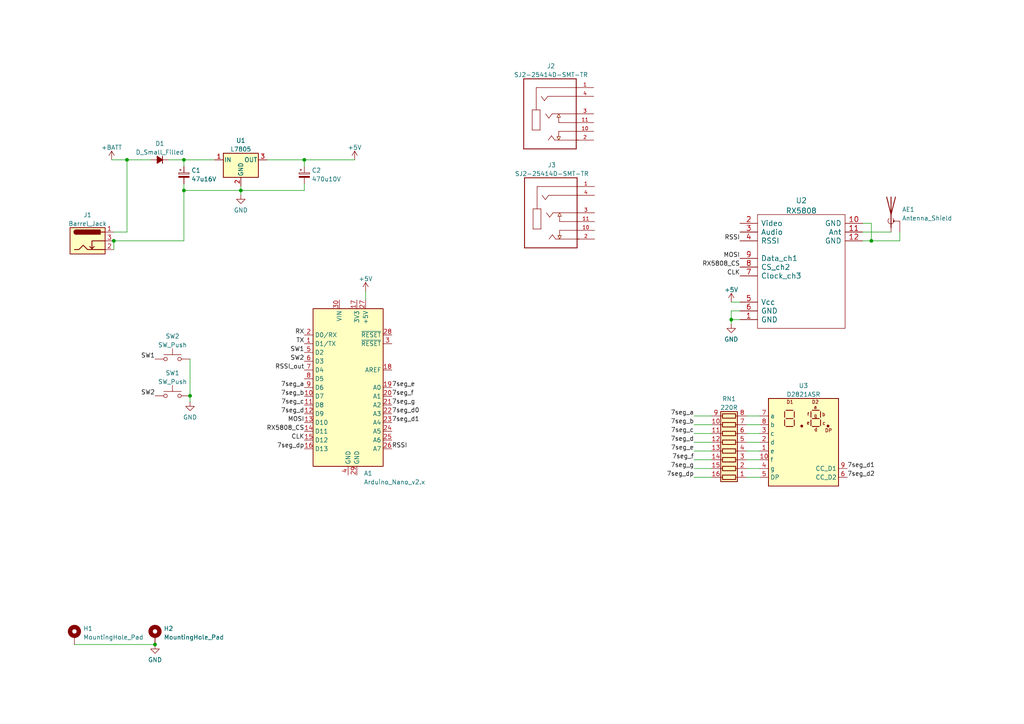
<source format=kicad_sch>
(kicad_sch (version 20211123) (generator eeschema)
  (paper "A4")
  (lib_symbols
    (symbol "Connector:Barrel_Jack_Switch" (pin_names hide)
      (property "Reference" "J" (at 0 5.334 0))
      (property "Value" "Barrel_Jack_Switch" (at 0 -5.08 0))
      (symbol "Barrel_Jack_Switch_0_1"
        (rectangle (start -5.08 3.81) (end 5.08 -3.81) (stroke (width 0.254)) (fill (type background)))
        (arc (start -3.302 3.175) (mid -3.937 2.54) (end -3.302 1.905) (stroke (width 0.254)))
        (arc (start -3.302 3.175) (mid -3.937 2.54) (end -3.302 1.905) (stroke (width 0.254)) (fill (type outline)))
        (polyline (pts (xy 1.27 -2.286) (xy 1.905 -1.651)) (stroke (width 0.254)))
        (polyline (pts (xy 5.08 2.54) (xy 3.81 2.54)) (stroke (width 0.254)))
        (polyline (pts (xy 5.08 0) (xy 1.27 0) (xy 1.27 -2.286) (xy 0.635 -1.651)) (stroke (width 0.254)))
        (polyline (pts (xy -3.81 -2.54) (xy -2.54 -2.54) (xy -1.27 -1.27) (xy 0 -2.54) (xy 2.54 -2.54) (xy 5.08 -2.54)) (stroke (width 0.254)))
        (rectangle (start 3.683 3.175) (end -3.302 1.905) (stroke (width 0.254)) (fill (type outline)))
      )
      (symbol "Barrel_Jack_Switch_1_1"
        (pin passive line (at 7.62 2.54 180) (length 2.54) (name "~") (number "1"))
        (pin passive line (at 7.62 -2.54 180) (length 2.54) (name "~") (number "2"))
        (pin passive line (at 7.62 0 180) (length 2.54) (name "~") (number "3"))
      )
    )
    (symbol "Device:Antenna_Shield" (pin_numbers hide) (pin_names (offset 1.016) hide)
      (property "Reference" "AE" (at -1.905 4.445 0))
      (property "Value" "Antenna_Shield" (at -1.905 2.54 0))
      (symbol "Antenna_Shield_0_1"
        (arc (start -0.508 -1.143) (mid -0.8429 -2.1194) (end 0 -2.667))
        (arc (start 0 -2.667) (mid 0.7989 -2.1052) (end 0.508 -1.143))
        (polyline (pts (xy 0 -2.54) (xy 0 0)))
        (polyline (pts (xy 0 5.08) (xy 0 -3.81)) (stroke (width 0.254)))
        (polyline (pts (xy 0.762 -1.905) (xy 2.54 -1.905)))
        (polyline (pts (xy 2.54 -2.54) (xy 2.54 -1.905)))
        (polyline (pts (xy 1.27 5.08) (xy 0 0) (xy -1.27 5.08)) (stroke (width 0.254)))
        (circle (center 0.762 -1.905) (radius 0.1778) (fill (type outline)))
      )
      (symbol "Antenna_Shield_1_1"
        (pin input line (at 0 -5.08 90) (length 2.54) (name "A") (number "1"))
        (pin input line (at 2.54 -5.08 90) (length 2.54) (name "Shield") (number "2"))
      )
    )
    (symbol "Device:C_Polarized_Small" (pin_numbers hide) (pin_names (offset 0.254) hide)
      (property "Reference" "C" (at 0.254 1.778 0))
      (property "Value" "C_Polarized_Small" (at 0.254 -2.032 0))
      (symbol "C_Polarized_Small_0_1"
        (rectangle (start -1.524 -0.3048) (end 1.524 -0.6858) (fill (type outline)))
        (rectangle (start -1.524 0.6858) (end 1.524 0.3048))
        (polyline (pts (xy -1.27 1.524) (xy -0.762 1.524)))
        (polyline (pts (xy -1.016 1.27) (xy -1.016 1.778)))
      )
      (symbol "C_Polarized_Small_1_1"
        (pin passive line (at 0 2.54 270) (length 1.8542) (name "~") (number "1"))
        (pin passive line (at 0 -2.54 90) (length 1.8542) (name "~") (number "2"))
      )
    )
    (symbol "Device:D_Small_Filled" (pin_numbers hide) (pin_names (offset 0.254) hide)
      (property "Reference" "D" (at -1.27 2.032 0))
      (property "Value" "D_Small_Filled" (at -3.81 -2.032 0))
      (symbol "D_Small_Filled_0_1"
        (polyline (pts (xy -0.762 -1.016) (xy -0.762 1.016)) (stroke (width 0.254)))
        (polyline (pts (xy -0.762 0) (xy 0.762 0)))
        (polyline (pts (xy 0.762 -1.016) (xy -0.762 0) (xy 0.762 1.016) (xy 0.762 -1.016)) (stroke (width 0.254)) (fill (type outline)))
      )
      (symbol "D_Small_Filled_1_1"
        (pin passive line (at -2.54 0 0) (length 1.778) (name "K") (number "1"))
        (pin passive line (at 2.54 0 180) (length 1.778) (name "A") (number "2"))
      )
    )
    (symbol "Device:R_Pack08" (pin_names (offset 0) hide)
      (property "Reference" "RN" (at -12.7 0 90))
      (property "Value" "R_Pack08" (at 10.16 0 90))
      (symbol "R_Pack08_0_1"
        (rectangle (start -11.43 -2.413) (end 8.89 2.413) (stroke (width 0.254)) (fill (type background)))
        (rectangle (start -10.795 1.905) (end -9.525 -1.905) (stroke (width 0.254)))
        (rectangle (start -8.255 1.905) (end -6.985 -1.905) (stroke (width 0.254)))
        (rectangle (start -5.715 1.905) (end -4.445 -1.905) (stroke (width 0.254)))
        (rectangle (start -3.175 1.905) (end -1.905 -1.905) (stroke (width 0.254)))
        (rectangle (start -0.635 1.905) (end 0.635 -1.905) (stroke (width 0.254)))
        (polyline (pts (xy -10.16 -2.54) (xy -10.16 -1.905)))
        (polyline (pts (xy -10.16 1.905) (xy -10.16 2.54)))
        (polyline (pts (xy -7.62 -2.54) (xy -7.62 -1.905)))
        (polyline (pts (xy -7.62 1.905) (xy -7.62 2.54)))
        (polyline (pts (xy -5.08 -2.54) (xy -5.08 -1.905)))
        (polyline (pts (xy -5.08 1.905) (xy -5.08 2.54)))
        (polyline (pts (xy -2.54 -2.54) (xy -2.54 -1.905)))
        (polyline (pts (xy -2.54 1.905) (xy -2.54 2.54)))
        (polyline (pts (xy 0 -2.54) (xy 0 -1.905)))
        (polyline (pts (xy 0 1.905) (xy 0 2.54)))
        (polyline (pts (xy 2.54 -2.54) (xy 2.54 -1.905)))
        (polyline (pts (xy 2.54 1.905) (xy 2.54 2.54)))
        (polyline (pts (xy 5.08 -2.54) (xy 5.08 -1.905)))
        (polyline (pts (xy 5.08 1.905) (xy 5.08 2.54)))
        (polyline (pts (xy 7.62 -2.54) (xy 7.62 -1.905)))
        (polyline (pts (xy 7.62 1.905) (xy 7.62 2.54)))
        (rectangle (start 1.905 1.905) (end 3.175 -1.905) (stroke (width 0.254)))
        (rectangle (start 4.445 1.905) (end 5.715 -1.905) (stroke (width 0.254)))
        (rectangle (start 6.985 1.905) (end 8.255 -1.905) (stroke (width 0.254)))
      )
      (symbol "R_Pack08_1_1"
        (pin passive line (at -10.16 -5.08 90) (length 2.54) (name "R1.1") (number "1"))
        (pin passive line (at 5.08 5.08 270) (length 2.54) (name "R7.2") (number "10"))
        (pin passive line (at 2.54 5.08 270) (length 2.54) (name "R6.2") (number "11"))
        (pin passive line (at 0 5.08 270) (length 2.54) (name "R5.2") (number "12"))
        (pin passive line (at -2.54 5.08 270) (length 2.54) (name "R4.2") (number "13"))
        (pin passive line (at -5.08 5.08 270) (length 2.54) (name "R3.2") (number "14"))
        (pin passive line (at -7.62 5.08 270) (length 2.54) (name "R2.2") (number "15"))
        (pin passive line (at -10.16 5.08 270) (length 2.54) (name "R1.2") (number "16"))
        (pin passive line (at -7.62 -5.08 90) (length 2.54) (name "R2.1") (number "2"))
        (pin passive line (at -5.08 -5.08 90) (length 2.54) (name "R3.1") (number "3"))
        (pin passive line (at -2.54 -5.08 90) (length 2.54) (name "R4.1") (number "4"))
        (pin passive line (at 0 -5.08 90) (length 2.54) (name "R5.1") (number "5"))
        (pin passive line (at 2.54 -5.08 90) (length 2.54) (name "R6.1") (number "6"))
        (pin passive line (at 5.08 -5.08 90) (length 2.54) (name "R7.1") (number "7"))
        (pin passive line (at 7.62 -5.08 90) (length 2.54) (name "R8.1") (number "8"))
        (pin passive line (at 7.62 5.08 270) (length 2.54) (name "R8.2") (number "9"))
      )
    )
    (symbol "MCU_Module:Arduino_Nano_v2.x"
      (property "Reference" "A" (at -10.16 23.495 0))
      (property "Value" "Arduino_Nano_v2.x" (at 5.08 -24.13 0))
      (symbol "Arduino_Nano_v2.x_0_1"
        (rectangle (start -10.16 22.86) (end 10.16 -22.86) (stroke (width 0.254)) (fill (type background)))
      )
      (symbol "Arduino_Nano_v2.x_1_1"
        (pin bidirectional line (at -12.7 12.7 0) (length 2.54) (name "D1/TX") (number "1"))
        (pin bidirectional line (at -12.7 -2.54 0) (length 2.54) (name "D7") (number "10"))
        (pin bidirectional line (at -12.7 -5.08 0) (length 2.54) (name "D8") (number "11"))
        (pin bidirectional line (at -12.7 -7.62 0) (length 2.54) (name "D9") (number "12"))
        (pin bidirectional line (at -12.7 -10.16 0) (length 2.54) (name "D10") (number "13"))
        (pin bidirectional line (at -12.7 -12.7 0) (length 2.54) (name "D11") (number "14"))
        (pin bidirectional line (at -12.7 -15.24 0) (length 2.54) (name "D12") (number "15"))
        (pin bidirectional line (at -12.7 -17.78 0) (length 2.54) (name "D13") (number "16"))
        (pin power_out line (at 2.54 25.4 270) (length 2.54) (name "3V3") (number "17"))
        (pin input line (at 12.7 5.08 180) (length 2.54) (name "AREF") (number "18"))
        (pin bidirectional line (at 12.7 0 180) (length 2.54) (name "A0") (number "19"))
        (pin bidirectional line (at -12.7 15.24 0) (length 2.54) (name "D0/RX") (number "2"))
        (pin bidirectional line (at 12.7 -2.54 180) (length 2.54) (name "A1") (number "20"))
        (pin bidirectional line (at 12.7 -5.08 180) (length 2.54) (name "A2") (number "21"))
        (pin bidirectional line (at 12.7 -7.62 180) (length 2.54) (name "A3") (number "22"))
        (pin bidirectional line (at 12.7 -10.16 180) (length 2.54) (name "A4") (number "23"))
        (pin bidirectional line (at 12.7 -12.7 180) (length 2.54) (name "A5") (number "24"))
        (pin bidirectional line (at 12.7 -15.24 180) (length 2.54) (name "A6") (number "25"))
        (pin bidirectional line (at 12.7 -17.78 180) (length 2.54) (name "A7") (number "26"))
        (pin power_out line (at 5.08 25.4 270) (length 2.54) (name "+5V") (number "27"))
        (pin input line (at 12.7 15.24 180) (length 2.54) (name "~{RESET}") (number "28"))
        (pin power_in line (at 2.54 -25.4 90) (length 2.54) (name "GND") (number "29"))
        (pin input line (at 12.7 12.7 180) (length 2.54) (name "~{RESET}") (number "3"))
        (pin power_in line (at -2.54 25.4 270) (length 2.54) (name "VIN") (number "30"))
        (pin power_in line (at 0 -25.4 90) (length 2.54) (name "GND") (number "4"))
        (pin bidirectional line (at -12.7 10.16 0) (length 2.54) (name "D2") (number "5"))
        (pin bidirectional line (at -12.7 7.62 0) (length 2.54) (name "D3") (number "6"))
        (pin bidirectional line (at -12.7 5.08 0) (length 2.54) (name "D4") (number "7"))
        (pin bidirectional line (at -12.7 2.54 0) (length 2.54) (name "D5") (number "8"))
        (pin bidirectional line (at -12.7 0 0) (length 2.54) (name "D6") (number "9"))
      )
    )
    (symbol "Mechanical:MountingHole_Pad" (pin_numbers hide) (pin_names (offset 1.016) hide)
      (property "Reference" "H" (at 0 6.35 0))
      (property "Value" "MountingHole_Pad" (at 0 4.445 0))
      (symbol "MountingHole_Pad_0_1"
        (circle (center 0 1.27) (radius 1.27) (stroke (width 1.27)))
      )
      (symbol "MountingHole_Pad_1_1"
        (pin input line (at 0 -2.54 90) (length 2.54) (name "1") (number "1"))
      )
    )
    (symbol "Regulator_Linear:L7805" (pin_names (offset 0.254))
      (property "Reference" "U" (at -3.81 3.175 0))
      (property "Value" "L7805" (at 0 3.175 0))
      (symbol "L7805_0_1"
        (rectangle (start -5.08 1.905) (end 5.08 -5.08) (stroke (width 0.254)) (fill (type background)))
      )
      (symbol "L7805_1_1"
        (pin power_in line (at -7.62 0 0) (length 2.54) (name "IN") (number "1"))
        (pin power_in line (at 0 -7.62 90) (length 2.54) (name "GND") (number "2"))
        (pin power_out line (at 7.62 0 180) (length 2.54) (name "OUT") (number "3"))
      )
    )
    (symbol "SJ2-25414D-SMT-TR:SJ2-25414D-SMT-TR" (pin_names (offset 1.016) hide)
      (property "Reference" "J" (at -7.62 10.6934 0))
      (property "Value" "SJ2-25414D-SMT-TR" (at -7.62 -12.2174 0))
      (symbol "SJ2-25414D-SMT-TR_0_0"
        (polyline (pts (xy -7.62 -10.16) (xy 7.62 -10.16)) (stroke (width 0.254)))
        (polyline (pts (xy -7.62 10.16) (xy -7.62 -10.16)) (stroke (width 0.254)))
        (polyline (pts (xy -5.1562 -4.699) (xy -5.1562 1.143)) (stroke (width 0.1524)))
        (polyline (pts (xy -5.1562 1.143) (xy -3.9878 1.143)) (stroke (width 0.1524)))
        (polyline (pts (xy -3.9878 1.143) (xy -2.8702 1.143)) (stroke (width 0.1524)))
        (polyline (pts (xy -3.9878 7.62) (xy -3.9878 1.143)) (stroke (width 0.1524)))
        (polyline (pts (xy -2.8702 -4.699) (xy -5.1562 -4.699)) (stroke (width 0.1524)))
        (polyline (pts (xy -2.8702 1.143) (xy -2.8702 -4.699)) (stroke (width 0.1524)))
        (polyline (pts (xy -1.6002 3.81) (xy -2.54 5.08)) (stroke (width 0.1524)))
        (polyline (pts (xy -0.635 5.08) (xy -1.6002 3.81)) (stroke (width 0.1524)))
        (polyline (pts (xy -0.3302 -1.27) (xy -1.27 0)) (stroke (width 0.1524)))
        (polyline (pts (xy 0.4572 -6.35) (xy -0.508 -7.62)) (stroke (width 0.1524)))
        (polyline (pts (xy 0.635 0) (xy -0.3302 -1.27)) (stroke (width 0.1524)))
        (polyline (pts (xy 1.397 -7.62) (xy 0.4572 -6.35)) (stroke (width 0.1524)))
        (polyline (pts (xy 2.54 -5.08) (xy 2.54 -6.604)) (stroke (width 0.1524)))
        (polyline (pts (xy 2.54 -2.54) (xy 2.54 -1.016)) (stroke (width 0.1524)))
        (polyline (pts (xy 7.62 -10.16) (xy 7.62 0)) (stroke (width 0.254)))
        (polyline (pts (xy 7.62 -5.08) (xy 2.54 -5.08)) (stroke (width 0.1524)))
        (polyline (pts (xy 7.62 -2.54) (xy 2.54 -2.54)) (stroke (width 0.1524)))
        (polyline (pts (xy 7.62 0) (xy 0.635 0)) (stroke (width 0.1524)))
        (polyline (pts (xy 7.62 0) (xy 7.62 7.62)) (stroke (width 0.254)))
        (polyline (pts (xy 7.62 5.08) (xy -0.635 5.08)) (stroke (width 0.1524)))
        (polyline (pts (xy 7.62 7.62) (xy -3.9878 7.62)) (stroke (width 0.1524)))
        (polyline (pts (xy 7.62 7.62) (xy 7.62 10.16)) (stroke (width 0.254)))
        (polyline (pts (xy 7.62 10.16) (xy -7.62 10.16)) (stroke (width 0.254)))
        (polyline (pts (xy 8.255 -7.62) (xy 1.397 -7.62)) (stroke (width 0.1524)))
        (polyline (pts (xy 2.032 -6.604) (xy 3.048 -6.604) (xy 2.54 -7.62) (xy 2.032 -6.604)) (stroke (width 0.1524)) (fill (type background)))
        (polyline (pts (xy 2.032 -1.016) (xy 3.048 -1.016) (xy 2.54 0) (xy 2.032 -1.016)) (stroke (width 0.1524)) (fill (type background)))
        (pin passive line (at 12.7 7.62 180) (length 5.08) (name "~") (number "1"))
        (pin passive line (at 12.7 -5.08 180) (length 5.08) (name "~") (number "10"))
        (pin passive line (at 12.7 -2.54 180) (length 5.08) (name "~") (number "11"))
        (pin passive line (at 12.7 -7.62 180) (length 5.08) (name "~") (number "2"))
        (pin passive line (at 12.7 0 180) (length 5.08) (name "~") (number "3"))
        (pin passive line (at 12.7 5.08 180) (length 5.08) (name "~") (number "4"))
      )
    )
    (symbol "Switch:SW_Push" (pin_numbers hide) (pin_names (offset 1.016) hide)
      (property "Reference" "SW" (at 1.27 2.54 0))
      (property "Value" "SW_Push" (at 0 -1.524 0))
      (symbol "SW_Push_0_1"
        (circle (center -2.032 0) (radius 0.508))
        (polyline (pts (xy 0 1.27) (xy 0 3.048)))
        (polyline (pts (xy 2.54 1.27) (xy -2.54 1.27)))
        (circle (center 2.032 0) (radius 0.508))
        (pin passive line (at -5.08 0 0) (length 2.54) (name "1") (number "1"))
        (pin passive line (at 5.08 0 180) (length 2.54) (name "2") (number "2"))
      )
    )
    (symbol "power:+5V" (power) (pin_names (offset 0))
      (property "Value" "+5V" (at 0 3.556 0))
      (symbol "+5V_0_1"
        (polyline (pts (xy -0.762 1.27) (xy 0 2.54)))
        (polyline (pts (xy 0 0) (xy 0 2.54)))
        (polyline (pts (xy 0 2.54) (xy 0.762 1.27)))
      )
      (symbol "+5V_1_1"
        (pin power_in line (at 0 0 90) (length 0) hide (name "+5V") (number "1"))
      )
    )
    (symbol "power:+BATT" (power) (pin_names (offset 0))
      (property "Value" "+BATT" (at 0 3.556 0))
      (symbol "+BATT_0_1"
        (polyline (pts (xy -0.762 1.27) (xy 0 2.54)))
        (polyline (pts (xy 0 0) (xy 0 2.54)))
        (polyline (pts (xy 0 2.54) (xy 0.762 1.27)))
      )
      (symbol "+BATT_1_1"
        (pin power_in line (at 0 0 90) (length 0) hide (name "+BATT") (number "1"))
      )
    )
    (symbol "power:GND" (power) (pin_names (offset 0))
      (property "Value" "GND" (at 0 -3.81 0))
      (symbol "GND_0_1"
        (polyline (pts (xy 0 0) (xy 0 -1.27) (xy 1.27 -1.27) (xy 0 -2.54) (xy -1.27 -1.27) (xy 0 -1.27)))
      )
      (symbol "GND_1_1"
        (pin power_in line (at 0 0 270) (length 0) hide (name "GND") (number "1"))
      )
    )
    (symbol "rx5808:D2821ASR"
      (property "Reference" "U" (at -8.89 13.97 0))
      (property "Value" "D2821ASR" (at -2.794 -14.224 0))
      (symbol "D2821ASR_0_0"
        (text "a" (at 3.4544 10.1854 0) (effects (font (size 0.9906 0.9906))))
        (text "b" (at 5.842 8.0772 0) (effects (font (size 0.9906 0.9906))))
        (text "c" (at 5.9436 5.5372 0) (effects (font (size 0.9906 0.9906))))
        (text "d" (at 3.6068 3.683 0) (effects (font (size 0.9906 0.9906))))
        (text "D1" (at -3.937 11.684 0) (effects (font (size 0.9906 0.9906))))
        (text "D2" (at 3.429 11.684 0) (effects (font (size 0.9906 0.9906))))
        (text "DP" (at 7.239 3.429 0) (effects (font (size 0.9906 0.9906))))
        (text "e" (at 1.3716 5.6388 0) (effects (font (size 0.9906 0.9906))))
        (text "f" (at 1.3716 8.1026 0) (effects (font (size 0.9906 0.9906))))
        (text "g" (at 3.5052 7.7216 0) (effects (font (size 0.9906 0.9906))))
      )
      (symbol "D2821ASR_0_1"
        (rectangle (start -10.16 12.7) (end 10.16 -12.7) (stroke (width 0.254)) (fill (type background)))
        (circle (center -0.508 4.699) (radius 0.2794) (stroke (width 0.254)) (fill (type outline)))
        (polyline (pts (xy -5.461 4.826) (xy -5.461 6.477)) (stroke (width 0.254)))
        (polyline (pts (xy -5.461 7.239) (xy -5.461 8.89)) (stroke (width 0.254)))
        (polyline (pts (xy -5.08 4.572) (xy -3.048 4.572)) (stroke (width 0.254)))
        (polyline (pts (xy -5.08 6.858) (xy -3.048 6.858)) (stroke (width 0.254)))
        (polyline (pts (xy -5.08 9.271) (xy -3.048 9.271)) (stroke (width 0.254)))
        (polyline (pts (xy -2.667 4.826) (xy -2.667 6.477)) (stroke (width 0.254)))
        (polyline (pts (xy -2.667 7.239) (xy -2.667 8.89)) (stroke (width 0.254)))
        (polyline (pts (xy 2.159 4.826) (xy 2.159 6.477)) (stroke (width 0.254)))
        (polyline (pts (xy 2.159 7.239) (xy 2.159 8.89)) (stroke (width 0.254)))
        (polyline (pts (xy 2.54 4.572) (xy 4.572 4.572)) (stroke (width 0.254)))
        (polyline (pts (xy 2.54 6.858) (xy 4.572 6.858)) (stroke (width 0.254)))
        (polyline (pts (xy 2.54 9.271) (xy 4.572 9.271)) (stroke (width 0.254)))
        (polyline (pts (xy 4.953 4.826) (xy 4.953 6.477)) (stroke (width 0.254)))
        (polyline (pts (xy 4.953 7.239) (xy 4.953 8.89)) (stroke (width 0.254)))
        (circle (center 7.112 4.699) (radius 0.2794) (stroke (width 0.254)) (fill (type outline)))
      )
      (symbol "D2821ASR_1_1"
        (pin input line (at -12.7 -2.54 0) (length 2.54) (name "e") (number "1"))
        (pin input line (at -12.7 -5.08 0) (length 2.54) (name "f") (number "10"))
        (pin input line (at -12.7 0 0) (length 2.54) (name "d") (number "2"))
        (pin input line (at -12.7 2.54 0) (length 2.54) (name "c") (number "3"))
        (pin input line (at -12.7 -7.62 0) (length 2.54) (name "g") (number "4"))
        (pin input line (at -12.7 -10.16 0) (length 2.54) (name "DP") (number "5"))
        (pin input line (at 12.7 -10.16 180) (length 2.54) (name "CC_D2") (number "6"))
        (pin input line (at -12.7 7.62 0) (length 2.54) (name "a") (number "7"))
        (pin input line (at -12.7 5.08 0) (length 2.54) (name "b") (number "8"))
        (pin input line (at 12.7 -7.62 180) (length 2.54) (name "CC_D1") (number "9"))
      )
    )
    (symbol "rx5808:RX5808" (pin_names (offset 1.016))
      (property "Reference" "U" (at 5.08 -17.78 0))
      (property "Value" "RX5808" (at -5.08 -17.78 0))
      (symbol "RX5808_0_1"
        (rectangle (start -12.7 16.51) (end 12.7 -16.51))
      )
      (symbol "RX5808_1_1"
        (pin power_in line (at -17.78 -13.97 0) (length 5.08) (name "GND") (number "1"))
        (pin power_in line (at 17.78 13.97 180) (length 5.08) (name "GND") (number "10"))
        (pin input line (at 17.78 11.43 180) (length 5.08) (name "Ant") (number "11"))
        (pin power_in line (at 17.78 8.89 180) (length 5.08) (name "GND") (number "12"))
        (pin output line (at -17.78 13.97 0) (length 5.08) (name "Video") (number "2"))
        (pin output line (at -17.78 11.43 0) (length 5.08) (name "Audio") (number "3"))
        (pin output line (at -17.78 8.89 0) (length 5.08) (name "RSSI") (number "4"))
        (pin power_in line (at -17.78 -8.89 0) (length 5.08) (name "Vcc") (number "5"))
        (pin power_in line (at -17.78 -11.43 0) (length 5.08) (name "GND") (number "6"))
        (pin bidirectional line (at -17.78 -1.27 0) (length 5.08) (name "Clock_ch3") (number "7"))
        (pin bidirectional line (at -17.78 1.27 0) (length 5.08) (name "CS_ch2") (number "8"))
        (pin bidirectional line (at -17.78 3.81 0) (length 5.08) (name "Data_ch1") (number "9"))
      )
    )
  )
  (junction (at 53.34 46.355))
  (junction (at 53.34 55.245))
  (junction (at 36.83 46.355))
  (junction (at 69.85 55.245))
  (junction (at 88.265 46.355))
  (junction (at 212.09 92.71))
  (junction (at 33.02 69.85))
  (junction (at 44.958 186.944))
  (junction (at 252.73 69.85))
  (junction (at 55.118 114.808))
  (wire (pts (xy 214.63 92.71) (xy 212.09 92.71)))
  (wire (pts (xy 214.63 90.17) (xy 212.09 90.17)))
  (wire (pts (xy 55.118 116.586) (xy 55.118 114.808)))
  (wire (pts (xy 216.535 135.89) (xy 220.345 135.89)))
  (wire (pts (xy 53.34 53.34) (xy 53.34 55.245)))
  (wire (pts (xy 69.85 53.975) (xy 69.85 55.245)))
  (wire (pts (xy 53.34 46.355) (xy 53.34 48.26)))
  (wire (pts (xy 53.34 55.245) (xy 53.34 69.85)))
  (wire (pts (xy 53.34 46.355) (xy 62.23 46.355)))
  (wire (pts (xy 212.09 90.17) (xy 212.09 92.71)))
  (wire (pts (xy 260.985 69.85) (xy 252.73 69.85)))
  (wire (pts (xy 216.535 125.73) (xy 220.345 125.73)))
  (wire (pts (xy 201.295 135.89) (xy 206.375 135.89)))
  (wire (pts (xy 102.87 46.355) (xy 88.265 46.355)))
  (wire (pts (xy 33.02 69.85) (xy 33.02 72.39)))
  (wire (pts (xy 32.385 46.355) (xy 36.83 46.355)))
  (wire (pts (xy 53.34 69.85) (xy 33.02 69.85)))
  (wire (pts (xy 201.295 130.81) (xy 206.375 130.81)))
  (wire (pts (xy 88.265 53.34) (xy 88.265 55.245)))
  (wire (pts (xy 250.19 64.77) (xy 252.73 64.77)))
  (wire (pts (xy 88.265 55.245) (xy 69.85 55.245)))
  (wire (pts (xy 260.985 67.31) (xy 260.985 69.85)))
  (wire (pts (xy 216.535 133.35) (xy 220.345 133.35)))
  (wire (pts (xy 201.295 133.35) (xy 206.375 133.35)))
  (wire (pts (xy 88.265 46.355) (xy 88.265 48.26)))
  (wire (pts (xy 36.83 46.355) (xy 43.815 46.355)))
  (wire (pts (xy 212.09 87.63) (xy 214.63 87.63)))
  (wire (pts (xy 252.73 64.77) (xy 252.73 69.85)))
  (wire (pts (xy 212.09 92.71) (xy 212.09 93.98)))
  (wire (pts (xy 69.85 55.245) (xy 69.85 56.515)))
  (wire (pts (xy 201.295 120.65) (xy 206.375 120.65)))
  (wire (pts (xy 201.295 128.27) (xy 206.375 128.27)))
  (wire (pts (xy 216.535 138.43) (xy 220.345 138.43)))
  (wire (pts (xy 106.045 84.455) (xy 106.045 86.995)))
  (wire (pts (xy 201.295 123.19) (xy 206.375 123.19)))
  (wire (pts (xy 55.118 114.808) (xy 55.118 104.14)))
  (wire (pts (xy 216.535 128.27) (xy 220.345 128.27)))
  (wire (pts (xy 216.535 120.65) (xy 220.345 120.65)))
  (wire (pts (xy 216.535 123.19) (xy 220.345 123.19)))
  (wire (pts (xy 48.895 46.355) (xy 53.34 46.355)))
  (wire (pts (xy 53.34 55.245) (xy 69.85 55.245)))
  (wire (pts (xy 21.59 186.944) (xy 44.958 186.944)))
  (wire (pts (xy 216.535 130.81) (xy 220.345 130.81)))
  (wire (pts (xy 36.83 46.355) (xy 36.83 67.31)))
  (wire (pts (xy 201.295 138.43) (xy 206.375 138.43)))
  (wire (pts (xy 201.295 125.73) (xy 206.375 125.73)))
  (wire (pts (xy 36.83 67.31) (xy 33.02 67.31)))
  (wire (pts (xy 252.73 69.85) (xy 250.19 69.85)))
  (wire (pts (xy 88.265 46.355) (xy 77.47 46.355)))
  (wire (pts (xy 250.19 67.31) (xy 258.445 67.31)))
  (label "SW1" (at 44.958 104.14 180))
  (label "7seg_e" (at 201.295 130.81 180))
  (label "7seg_a" (at 201.295 120.65 180))
  (label "7seg_d2" (at 245.745 138.43 0))
  (label "TX" (at 88.265 99.695 180))
  (label "7seg_f" (at 113.665 114.935 0))
  (label "7seg_d1" (at 113.665 122.555 0))
  (label "7seg_c" (at 201.295 125.73 180))
  (label "7seg_f" (at 201.295 133.35 180))
  (label "SW2" (at 88.265 104.775 180))
  (label "RSSI" (at 214.63 69.85 180))
  (label "7seg_d1" (at 245.745 135.89 0))
  (label "RX5808_CS" (at 214.63 77.47 180))
  (label "SW1" (at 88.265 102.235 180))
  (label "7seg_d0" (at 113.665 120.015 0))
  (label "MOSI" (at 214.63 74.93 180))
  (label "CLK" (at 88.265 127.635 180))
  (label "7seg_g" (at 201.295 135.89 180))
  (label "7seg_dp" (at 88.265 130.175 180))
  (label "7seg_a" (at 88.265 112.395 180))
  (label "RSSI" (at 113.665 130.175 0))
  (label "7seg_c" (at 88.265 117.475 180))
  (label "7seg_e" (at 113.665 112.395 0))
  (label "CLK" (at 214.63 80.01 180))
  (label "7seg_b" (at 88.265 114.935 180))
  (label "7seg_dp" (at 201.295 138.43 180))
  (label "7seg_d" (at 88.265 120.015 180))
  (label "7seg_b" (at 201.295 123.19 180))
  (label "7seg_g" (at 113.665 117.475 0))
  (label "RX" (at 88.265 97.155 180))
  (label "RX5808_CS" (at 88.265 125.095 180))
  (label "7seg_d" (at 201.295 128.27 180))
  (label "SW2" (at 44.958 114.808 180))
  (label "RSSI_out" (at 88.265 107.315 180))
  (label "MOSI" (at 88.265 122.555 180))
  (symbol (lib_id "Device:R_Pack08") (at 211.455 128.27 90) (unit 1)
    (property "Reference" "RN1" (at 211.455 115.6802 90))
    (property "Value" "220R" (at 211.455 118.2171 90))
    (property "Footprint" "Resistor_SMD:R_Array_Convex_8x0602" (effects hide))
  )
  (symbol (lib_id "SJ2-25414D-SMT-TR:SJ2-25414D-SMT-TR") (at 159.512 33.02 0) (unit 1)
    (property "Reference" "J2" (at 159.8041 19.1602 0))
    (property "Value" "SJ2-25414D-SMT-TR" (at 159.8041 21.6971 0))
    (property "Footprint" "RX5808:CUI_SJ2-25414D-SMT-TR" (effects hide))
    (property "MANUFACTURER" "CUI Inc." (effects hide))
    (property "PARTREV" "1.01" (effects hide))
    (property "STANDARD" "Manufacturer Recommendation" (effects hide))
  )
  (symbol (lib_id "Switch:SW_Push") (at 50.038 114.808 0) (unit 1)
    (property "Reference" "SW1" (at 50.038 108.1872 0))
    (property "Value" "SW_Push" (at 50.038 110.7241 0))
    (property "Footprint" "Button_Switch_THT:SW_PUSH_6mm_H13mm" (effects hide))
  )
  (symbol (lib_id "Mechanical:MountingHole_Pad") (at 44.958 184.404 0) (unit 1)
    (property "Reference" "H2" (at 47.498 182.2993 0) (effects (justify left)))
    (property "Value" "MountingHole_Pad" (at 47.498 184.8362 0) (effects (justify left)))
    (property "Footprint" "MountingHole:MountingHole_3mm_Pad" (effects hide))
  )
  (symbol (lib_id "power:+BATT") (at 32.385 46.355 0) (unit 1)
    (property "Reference" "#PWR01" (effects hide))
    (property "Value" "+BATT" (at 32.385 42.7792 0))
  )
  (symbol (lib_id "Switch:SW_Push") (at 50.038 104.14 0) (unit 1)
    (property "Reference" "SW2" (at 50.038 97.5192 0))
    (property "Value" "SW_Push" (at 50.038 100.0561 0))
    (property "Footprint" "Button_Switch_THT:SW_PUSH_6mm_H13mm" (effects hide))
  )
  (symbol (lib_id "power:GND") (at 69.85 56.515 0) (unit 1)
    (property "Reference" "#PWR02" (effects hide))
    (property "Value" "GND" (at 69.85 60.9584 0))
  )
  (symbol (lib_id "power:GND") (at 44.958 186.944 0) (unit 1)
    (property "Reference" "#PWR07" (effects hide))
    (property "Value" "GND" (at 44.958 191.3874 0))
  )
  (symbol (lib_id "SJ2-25414D-SMT-TR:SJ2-25414D-SMT-TR") (at 159.766 61.722 0) (unit 1)
    (property "Reference" "J3" (at 160.0581 47.8622 0))
    (property "Value" "SJ2-25414D-SMT-TR" (at 160.0581 50.3991 0))
    (property "Footprint" "RX5808:CUI_SJ2-25414D-SMT-TR" (effects hide))
    (property "MANUFACTURER" "CUI Inc." (effects hide))
    (property "PARTREV" "1.01" (effects hide))
    (property "STANDARD" "Manufacturer Recommendation" (effects hide))
  )
  (symbol (lib_id "MCU_Module:Arduino_Nano_v2.x") (at 100.965 112.395 0) (unit 1)
    (property "Reference" "A1" (at 105.5244 137.2854 0) (effects (justify left)))
    (property "Value" "Arduino_Nano_v2.x" (at 105.5244 139.8223 0) (effects (justify left)))
    (property "Footprint" "Module:Arduino_Nano" (effects hide))
    (property "Datasheet" "https://www.arduino.cc/en/uploads/Main/ArduinoNanoManual23.pdf" (effects hide))
  )
  (symbol (lib_id "power:GND") (at 55.118 116.586 0) (unit 1)
    (property "Reference" "#PWR0101" (effects hide))
    (property "Value" "GND" (at 55.118 121.0294 0))
  )
  (symbol (lib_id "power:GND") (at 212.09 93.98 0) (unit 1)
    (property "Reference" "#PWR06" (effects hide))
    (property "Value" "GND" (at 212.09 98.4234 0))
  )
  (symbol (lib_id "Device:D_Small_Filled") (at 46.355 46.355 180) (unit 1)
    (property "Reference" "D1" (at 46.355 41.6392 0))
    (property "Value" "D_Small_Filled" (at 46.355 44.1761 0))
    (property "Footprint" "Diode_SMD:D_SMA-SMB_Universal_Handsoldering" (effects hide))
  )
  (symbol (lib_id "Device:C_Polarized_Small") (at 88.265 50.8 0) (unit 1)
    (property "Reference" "C2" (at 90.424 49.4192 0) (effects (justify left)))
    (property "Value" "470u10V" (at 90.424 51.9561 0) (effects (justify left)))
    (property "Footprint" "Capacitor_THT:CP_Radial_D4.0mm_P2.00mm" (effects hide))
  )
  (symbol (lib_id "Device:Antenna_Shield") (at 258.445 62.23 0) (unit 1)
    (property "Reference" "AE1" (at 261.62 60.7603 0) (effects (justify left)))
    (property "Value" "Antenna_Shield" (at 261.62 63.2972 0) (effects (justify left)))
    (property "Footprint" "Connector_Coaxial:SMA_Samtec_SMA-J-P-X-ST-EM1_EdgeMount" (effects hide))
  )
  (symbol (lib_id "Connector:Barrel_Jack_Switch") (at 25.4 69.85 0) (unit 1)
    (property "Reference" "J1" (at 25.4 62.3402 0))
    (property "Value" "Barrel_Jack" (at 25.4 64.8771 0))
    (property "Footprint" "RX5808:PJ040CH" (effects hide))
  )
  (symbol (lib_id "rx5808:D2821ASR") (at 233.045 128.27 0) (unit 1)
    (property "Reference" "U3" (at 233.045 111.8702 0))
    (property "Value" "D2821ASR" (at 233.045 114.4071 0))
    (property "Footprint" "Display_7Segment:HDSP-7401" (effects hide))
  )
  (symbol (lib_id "power:+5V") (at 212.09 87.63 0) (unit 1)
    (property "Reference" "#PWR05" (effects hide))
    (property "Value" "+5V" (at 212.09 84.0542 0))
  )
  (symbol (lib_id "power:+5V") (at 102.87 46.355 0) (unit 1)
    (property "Reference" "#PWR03" (effects hide))
    (property "Value" "+5V" (at 102.87 42.7792 0))
  )
  (symbol (lib_id "power:+5V") (at 106.045 84.455 0) (unit 1)
    (property "Reference" "#PWR04" (effects hide))
    (property "Value" "+5V" (at 106.045 80.8792 0))
  )
  (symbol (lib_id "Regulator_Linear:L7805") (at 69.85 46.355 0) (unit 1)
    (property "Reference" "U1" (at 69.85 40.7502 0))
    (property "Value" "L7805" (at 69.85 43.2871 0))
    (property "Footprint" "Package_TO_SOT_SMD:TO-252-2" (effects hide))
    (property "Datasheet" "http://www.st.com/content/ccc/resource/technical/document/datasheet/41/4f/b3/b0/12/d4/47/88/CD00000444.pdf/files/CD00000444.pdf/jcr:content/translations/en.CD00000444.pdf" (effects hide))
  )
  (symbol (lib_id "rx5808:RX5808") (at 232.41 78.74 0) (unit 1)
    (property "Reference" "U2" (at 232.41 58.1459 0) (effects (font (size 1.524 1.524))))
    (property "Value" "RX5808" (at 232.41 61.1393 0) (effects (font (size 1.524 1.524))))
    (property "Footprint" "RX5808:RX5808" (effects hide))
  )
  (symbol (lib_id "Mechanical:MountingHole_Pad") (at 21.59 184.404 0) (unit 1)
    (property "Reference" "H1" (at 24.13 182.2993 0) (effects (justify left)))
    (property "Value" "MountingHole_Pad" (at 24.13 184.8362 0) (effects (justify left)))
    (property "Footprint" "MountingHole:MountingHole_3mm_Pad" (effects hide))
  )
  (symbol (lib_id "Device:C_Polarized_Small") (at 53.34 50.8 0) (unit 1)
    (property "Reference" "C1" (at 55.499 49.4192 0) (effects (justify left)))
    (property "Value" "47u16V" (at 55.499 51.9561 0) (effects (justify left)))
    (property "Footprint" "Capacitor_THT:CP_Radial_D4.0mm_P2.00mm" (effects hide))
  )
)
</source>
